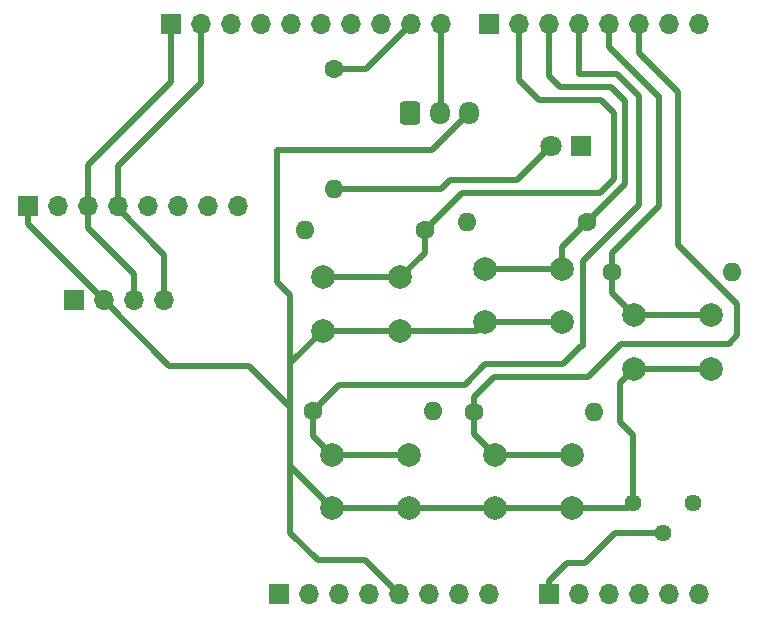
<source format=gbr>
%TF.GenerationSoftware,KiCad,Pcbnew,8.0.8*%
%TF.CreationDate,2025-02-03T18:53:19-07:00*%
%TF.ProjectId,Uno_Shield_ThermoPro,556e6f5f-5368-4696-956c-645f54686572,rev?*%
%TF.SameCoordinates,Original*%
%TF.FileFunction,Copper,L1,Top*%
%TF.FilePolarity,Positive*%
%FSLAX46Y46*%
G04 Gerber Fmt 4.6, Leading zero omitted, Abs format (unit mm)*
G04 Created by KiCad (PCBNEW 8.0.8) date 2025-02-03 18:53:19*
%MOMM*%
%LPD*%
G01*
G04 APERTURE LIST*
G04 Aperture macros list*
%AMRoundRect*
0 Rectangle with rounded corners*
0 $1 Rounding radius*
0 $2 $3 $4 $5 $6 $7 $8 $9 X,Y pos of 4 corners*
0 Add a 4 corners polygon primitive as box body*
4,1,4,$2,$3,$4,$5,$6,$7,$8,$9,$2,$3,0*
0 Add four circle primitives for the rounded corners*
1,1,$1+$1,$2,$3*
1,1,$1+$1,$4,$5*
1,1,$1+$1,$6,$7*
1,1,$1+$1,$8,$9*
0 Add four rect primitives between the rounded corners*
20,1,$1+$1,$2,$3,$4,$5,0*
20,1,$1+$1,$4,$5,$6,$7,0*
20,1,$1+$1,$6,$7,$8,$9,0*
20,1,$1+$1,$8,$9,$2,$3,0*%
G04 Aperture macros list end*
%TA.AperFunction,ComponentPad*%
%ADD10R,1.700000X1.700000*%
%TD*%
%TA.AperFunction,ComponentPad*%
%ADD11O,1.700000X1.700000*%
%TD*%
%TA.AperFunction,ComponentPad*%
%ADD12C,2.000000*%
%TD*%
%TA.AperFunction,ComponentPad*%
%ADD13C,1.600000*%
%TD*%
%TA.AperFunction,ComponentPad*%
%ADD14O,1.600000X1.600000*%
%TD*%
%TA.AperFunction,ComponentPad*%
%ADD15C,1.440000*%
%TD*%
%TA.AperFunction,ComponentPad*%
%ADD16RoundRect,0.250000X-0.600000X-0.725000X0.600000X-0.725000X0.600000X0.725000X-0.600000X0.725000X0*%
%TD*%
%TA.AperFunction,ComponentPad*%
%ADD17O,1.700000X1.950000*%
%TD*%
%TA.AperFunction,ComponentPad*%
%ADD18R,1.800000X1.800000*%
%TD*%
%TA.AperFunction,ComponentPad*%
%ADD19C,1.800000*%
%TD*%
%TA.AperFunction,Conductor*%
%ADD20C,0.508000*%
%TD*%
G04 APERTURE END LIST*
D10*
%TO.P,J1,1,Pin_1*%
%TO.N,unconnected-(J1-Pin_1-Pad1)*%
X127940000Y-97460000D03*
D11*
%TO.P,J1,2,Pin_2*%
%TO.N,unconnected-(J1-Pin_2-Pad2)*%
X130480000Y-97460000D03*
%TO.P,J1,3,Pin_3*%
%TO.N,unconnected-(J1-Pin_3-Pad3)*%
X133020000Y-97460000D03*
%TO.P,J1,4,Pin_4*%
%TO.N,+3V3*%
X135560000Y-97460000D03*
%TO.P,J1,5,Pin_5*%
%TO.N,+5V*%
X138100000Y-97460000D03*
%TO.P,J1,6,Pin_6*%
%TO.N,GND*%
X140640000Y-97460000D03*
%TO.P,J1,7,Pin_7*%
X143180000Y-97460000D03*
%TO.P,J1,8,Pin_8*%
%TO.N,VCC*%
X145720000Y-97460000D03*
%TD*%
D10*
%TO.P,J3,1,Pin_1*%
%TO.N,/temp_sensor*%
X150800000Y-97460000D03*
D11*
%TO.P,J3,2,Pin_2*%
%TO.N,unconnected-(J3-Pin_2-Pad2)*%
X153340000Y-97460000D03*
%TO.P,J3,3,Pin_3*%
%TO.N,unconnected-(J3-Pin_3-Pad3)*%
X155880000Y-97460000D03*
%TO.P,J3,4,Pin_4*%
%TO.N,unconnected-(J3-Pin_4-Pad4)*%
X158420000Y-97460000D03*
%TO.P,J3,5,Pin_5*%
%TO.N,unconnected-(J3-Pin_5-Pad5)*%
X160960000Y-97460000D03*
%TO.P,J3,6,Pin_6*%
%TO.N,unconnected-(J3-Pin_6-Pad6)*%
X163500000Y-97460000D03*
%TD*%
D10*
%TO.P,J2,1,Pin_1*%
%TO.N,/I2C_SCL*%
X118796000Y-49200000D03*
D11*
%TO.P,J2,2,Pin_2*%
%TO.N,/I2C_SDA*%
X121336000Y-49200000D03*
%TO.P,J2,3,Pin_3*%
%TO.N,unconnected-(J2-Pin_3-Pad3)*%
X123876000Y-49200000D03*
%TO.P,J2,4,Pin_4*%
%TO.N,GND*%
X126416000Y-49200000D03*
%TO.P,J2,5,Pin_5*%
%TO.N,unconnected-(J2-Pin_5-Pad5)*%
X128956000Y-49200000D03*
%TO.P,J2,6,Pin_6*%
%TO.N,unconnected-(J2-Pin_6-Pad6)*%
X131496000Y-49200000D03*
%TO.P,J2,7,Pin_7*%
%TO.N,unconnected-(J2-Pin_7-Pad7)*%
X134036000Y-49200000D03*
%TO.P,J2,8,Pin_8*%
%TO.N,unconnected-(J2-Pin_8-Pad8)*%
X136576000Y-49200000D03*
%TO.P,J2,9,Pin_9*%
%TO.N,/led_light*%
X139116000Y-49200000D03*
%TO.P,J2,10,Pin_10*%
%TO.N,/temp_digital*%
X141656000Y-49200000D03*
%TD*%
D10*
%TO.P,J4,1,Pin_1*%
%TO.N,unconnected-(J4-Pin_1-Pad1)*%
X145720000Y-49200000D03*
D11*
%TO.P,J4,2,Pin_2*%
%TO.N,/button_units*%
X148260000Y-49200000D03*
%TO.P,J4,3,Pin_3*%
%TO.N,/button_onoff*%
X150800000Y-49200000D03*
%TO.P,J4,4,Pin_4*%
%TO.N,/button_cal*%
X153340000Y-49200000D03*
%TO.P,J4,5,Pin_5*%
%TO.N,/button_lock*%
X155880000Y-49200000D03*
%TO.P,J4,6,Pin_6*%
%TO.N,/button_light*%
X158420000Y-49200000D03*
%TO.P,J4,7,Pin_7*%
%TO.N,unconnected-(J4-Pin_7-Pad7)*%
X160960000Y-49200000D03*
%TO.P,J4,8,Pin_8*%
%TO.N,unconnected-(J4-Pin_8-Pad8)*%
X163500000Y-49200000D03*
%TD*%
D12*
%TO.P,SW1,2,B*%
%TO.N,+5V*%
X151900000Y-74430000D03*
X145400000Y-74430000D03*
%TO.P,SW1,1,A*%
%TO.N,/button_onoff*%
X151900000Y-69930000D03*
X145400000Y-69930000D03*
%TD*%
%TO.P,SW5,1,A*%
%TO.N,/button_light*%
X146260000Y-85680000D03*
X152760000Y-85680000D03*
%TO.P,SW5,2,B*%
%TO.N,+5V*%
X146260000Y-90180000D03*
X152760000Y-90180000D03*
%TD*%
D13*
%TO.P,R6,1*%
%TO.N,/led_light*%
X132570000Y-53020000D03*
D14*
%TO.P,R6,2*%
%TO.N,Net-(D1-A)*%
X132570000Y-63180000D03*
%TD*%
D15*
%TO.P,RV1,1,1*%
%TO.N,+5V*%
X157900000Y-89760000D03*
%TO.P,RV1,2,2*%
%TO.N,/temp_sensor*%
X160440000Y-92300000D03*
%TO.P,RV1,3,3*%
%TO.N,GND*%
X162980000Y-89760000D03*
%TD*%
D10*
%TO.P,J6,1,Pin_1*%
%TO.N,GND*%
X110610000Y-72590000D03*
D11*
%TO.P,J6,2,Pin_2*%
%TO.N,+5V*%
X113150000Y-72590000D03*
%TO.P,J6,3,Pin_3*%
%TO.N,/I2C_SCL*%
X115690000Y-72590000D03*
%TO.P,J6,4,Pin_4*%
%TO.N,/I2C_SDA*%
X118230000Y-72590000D03*
%TD*%
D12*
%TO.P,SW2,1,A*%
%TO.N,/button_units*%
X131660000Y-70640000D03*
X138160000Y-70640000D03*
%TO.P,SW2,2,B*%
%TO.N,+5V*%
X131660000Y-75140000D03*
X138160000Y-75140000D03*
%TD*%
D10*
%TO.P,J5,1,Pin_1*%
%TO.N,+5V*%
X106700000Y-64630000D03*
D11*
%TO.P,J5,2,Pin_2*%
%TO.N,GND*%
X109240000Y-64630000D03*
%TO.P,J5,3,Pin_3*%
%TO.N,/I2C_SCL*%
X111780000Y-64630000D03*
%TO.P,J5,4,Pin_4*%
%TO.N,/I2C_SDA*%
X114320000Y-64630000D03*
%TO.P,J5,5,Pin_5*%
%TO.N,unconnected-(J5-Pin_5-Pad5)*%
X116860000Y-64630000D03*
%TO.P,J5,6,Pin_6*%
%TO.N,unconnected-(J5-Pin_6-Pad6)*%
X119400000Y-64630000D03*
%TO.P,J5,7,Pin_7*%
%TO.N,unconnected-(J5-Pin_7-Pad7)*%
X121940000Y-64630000D03*
%TO.P,J5,8,Pin_8*%
%TO.N,unconnected-(J5-Pin_8-Pad8)*%
X124480000Y-64630000D03*
%TD*%
D12*
%TO.P,SW3,1,A*%
%TO.N,/button_cal*%
X132450000Y-85670000D03*
X138950000Y-85670000D03*
%TO.P,SW3,2,B*%
%TO.N,+5V*%
X132450000Y-90170000D03*
X138950000Y-90170000D03*
%TD*%
D16*
%TO.P,J7,1,Pin_1*%
%TO.N,GND*%
X139050000Y-56725000D03*
D17*
%TO.P,J7,2,Pin_2*%
%TO.N,/temp_digital*%
X141550000Y-56725000D03*
%TO.P,J7,3,Pin_3*%
%TO.N,+5V*%
X144050000Y-56725000D03*
%TD*%
D18*
%TO.P,D1,1,K*%
%TO.N,GND*%
X153490000Y-59550000D03*
D19*
%TO.P,D1,2,A*%
%TO.N,Net-(D1-A)*%
X150950000Y-59550000D03*
%TD*%
D13*
%TO.P,R3,1*%
%TO.N,/button_cal*%
X130820000Y-81960000D03*
D14*
%TO.P,R3,2*%
%TO.N,GND*%
X140980000Y-81960000D03*
%TD*%
D13*
%TO.P,R2,1*%
%TO.N,/button_units*%
X140260000Y-66590000D03*
D14*
%TO.P,R2,2*%
%TO.N,GND*%
X130100000Y-66590000D03*
%TD*%
D12*
%TO.P,SW4,1,A*%
%TO.N,/button_lock*%
X158030000Y-73860000D03*
X164530000Y-73860000D03*
%TO.P,SW4,2,B*%
%TO.N,+5V*%
X158030000Y-78360000D03*
X164530000Y-78360000D03*
%TD*%
D13*
%TO.P,R5,1*%
%TO.N,/button_light*%
X144470000Y-82030000D03*
D14*
%TO.P,R5,2*%
%TO.N,GND*%
X154630000Y-82030000D03*
%TD*%
D13*
%TO.P,R4,1*%
%TO.N,/button_lock*%
X156150000Y-70180000D03*
D14*
%TO.P,R4,2*%
%TO.N,GND*%
X166310000Y-70180000D03*
%TD*%
D13*
%TO.P,R1,1*%
%TO.N,/button_onoff*%
X154020000Y-65980000D03*
D14*
%TO.P,R1,2*%
%TO.N,GND*%
X143860000Y-65980000D03*
%TD*%
D20*
%TO.N,/button_light*%
X158420000Y-51280000D02*
X158420000Y-49200000D01*
X158400000Y-51300000D02*
X158420000Y-51280000D01*
X158400000Y-51600000D02*
X158400000Y-51300000D01*
X161750000Y-67900000D02*
X161750000Y-54950000D01*
X166750000Y-72900000D02*
X161750000Y-67900000D01*
X166750000Y-75500000D02*
X166750000Y-72900000D01*
X156900000Y-76250000D02*
X166000000Y-76250000D01*
X154100000Y-79050000D02*
X156900000Y-76250000D01*
X146150000Y-79050000D02*
X154100000Y-79050000D01*
X144470000Y-80730000D02*
X146150000Y-79050000D01*
X166000000Y-76250000D02*
X166750000Y-75500000D01*
X161750000Y-54950000D02*
X158400000Y-51600000D01*
X144470000Y-82030000D02*
X144470000Y-80730000D01*
%TO.N,+5V*%
X145400000Y-74430000D02*
X151900000Y-74430000D01*
X131250000Y-94600000D02*
X128900000Y-92250000D01*
X156800000Y-79590000D02*
X158030000Y-78360000D01*
X157480000Y-90180000D02*
X157900000Y-89760000D01*
X125400000Y-78100000D02*
X128900000Y-81600000D01*
X128900000Y-86600000D02*
X128900000Y-81600000D01*
X132450000Y-90170000D02*
X128900000Y-86620000D01*
X156800000Y-82900000D02*
X156800000Y-79590000D01*
X158030000Y-78360000D02*
X164530000Y-78360000D01*
X106700000Y-64630000D02*
X106700000Y-66140000D01*
X128900000Y-81600000D02*
X128900000Y-77900000D01*
X138100000Y-97460000D02*
X135240000Y-94600000D01*
X127800000Y-59850000D02*
X127800000Y-71000000D01*
X146260000Y-90180000D02*
X152760000Y-90180000D01*
X135240000Y-94600000D02*
X131250000Y-94600000D01*
X113150000Y-72590000D02*
X118660000Y-78100000D01*
X127800000Y-71000000D02*
X128900000Y-72100000D01*
X140925000Y-59850000D02*
X127800000Y-59850000D01*
X128900000Y-77900000D02*
X131660000Y-75140000D01*
X157900000Y-84000000D02*
X156800000Y-82900000D01*
X118660000Y-78100000D02*
X125400000Y-78100000D01*
X128900000Y-86620000D02*
X128900000Y-86600000D01*
X106700000Y-66140000D02*
X113150000Y-72590000D01*
X131660000Y-75140000D02*
X138160000Y-75140000D01*
X144050000Y-56725000D02*
X140925000Y-59850000D01*
X157900000Y-89760000D02*
X157900000Y-84000000D01*
X132450000Y-90170000D02*
X138950000Y-90170000D01*
X152760000Y-90180000D02*
X157480000Y-90180000D01*
X144690000Y-75140000D02*
X145400000Y-74430000D01*
X138160000Y-75140000D02*
X144690000Y-75140000D01*
X128900000Y-72100000D02*
X128900000Y-77900000D01*
X128900000Y-92250000D02*
X128900000Y-86600000D01*
X138950000Y-90170000D02*
X146250000Y-90170000D01*
%TO.N,/I2C_SCL*%
X115690000Y-70740000D02*
X115690000Y-72590000D01*
X118796000Y-54104000D02*
X111750000Y-61150000D01*
X111780000Y-61180000D02*
X111780000Y-64630000D01*
X115650000Y-70700000D02*
X115690000Y-70740000D01*
X115650000Y-70350000D02*
X115650000Y-70700000D01*
X111780000Y-64630000D02*
X111780000Y-66480000D01*
X111750000Y-61150000D02*
X111780000Y-61180000D01*
X111780000Y-66480000D02*
X115650000Y-70350000D01*
X118796000Y-49200000D02*
X118796000Y-54104000D01*
%TO.N,/I2C_SDA*%
X121350000Y-54150000D02*
X121336000Y-54136000D01*
X118230000Y-68706250D02*
X118230000Y-72590000D01*
X114320000Y-64796250D02*
X118230000Y-68706250D01*
X114320000Y-64630000D02*
X114320000Y-61180000D01*
X121336000Y-54136000D02*
X121336000Y-49200000D01*
X114320000Y-61180000D02*
X121350000Y-54150000D01*
%TO.N,/button_onoff*%
X156050000Y-54500000D02*
X157250000Y-55700000D01*
X157250000Y-55700000D02*
X157250000Y-62750000D01*
X151750000Y-54500000D02*
X156050000Y-54500000D01*
X151900000Y-68100000D02*
X151900000Y-69930000D01*
X157250000Y-62750000D02*
X154020000Y-65980000D01*
X154020000Y-65980000D02*
X151900000Y-68100000D01*
X145400000Y-69930000D02*
X151900000Y-69930000D01*
X150800000Y-49200000D02*
X150800000Y-53550000D01*
X150800000Y-53550000D02*
X151750000Y-54500000D01*
%TO.N,/button_lock*%
X160000000Y-55250000D02*
X160142000Y-55250000D01*
X156150000Y-71980000D02*
X158030000Y-73860000D01*
X160142000Y-55250000D02*
X160142000Y-64558000D01*
X155880000Y-51130000D02*
X160000000Y-55250000D01*
X155880000Y-49200000D02*
X155880000Y-51130000D01*
X158030000Y-73860000D02*
X164530000Y-73860000D01*
X160142000Y-64558000D02*
X156150000Y-68550000D01*
X156150000Y-70180000D02*
X156150000Y-71980000D01*
X156150000Y-68550000D02*
X156150000Y-70180000D01*
%TO.N,/button_light*%
X144470000Y-83890000D02*
X146260000Y-85680000D01*
X144470000Y-82030000D02*
X144470000Y-83890000D01*
X146260000Y-85680000D02*
X152760000Y-85680000D01*
%TO.N,/button_units*%
X140260000Y-68540000D02*
X138160000Y-70640000D01*
X140260000Y-66590000D02*
X143400000Y-63450000D01*
X131660000Y-70640000D02*
X138160000Y-70640000D01*
X149950000Y-55650000D02*
X148260000Y-53960000D01*
X155200000Y-55650000D02*
X149950000Y-55650000D01*
X140260000Y-66590000D02*
X140260000Y-68540000D01*
X156300000Y-56750000D02*
X155200000Y-55650000D01*
X156300000Y-62300000D02*
X156300000Y-56750000D01*
X143400000Y-63450000D02*
X155150000Y-63450000D01*
X155150000Y-63450000D02*
X156300000Y-62300000D01*
X148260000Y-53960000D02*
X148260000Y-49200000D01*
%TO.N,/button_cal*%
X130820000Y-81960000D02*
X130820000Y-84040000D01*
X143650000Y-79750000D02*
X133030000Y-79750000D01*
X153550000Y-76450000D02*
X152000000Y-78000000D01*
X156540000Y-53390000D02*
X158400000Y-55250000D01*
X158400000Y-55250000D02*
X158400000Y-64500000D01*
X153340000Y-49200000D02*
X153340000Y-53390000D01*
X133030000Y-79750000D02*
X130820000Y-81960000D01*
X153340000Y-53390000D02*
X156540000Y-53390000D01*
X132450000Y-85670000D02*
X138950000Y-85670000D01*
X153650000Y-76450000D02*
X153550000Y-76450000D01*
X152000000Y-78000000D02*
X145400000Y-78000000D01*
X145400000Y-78000000D02*
X143650000Y-79750000D01*
X130820000Y-84040000D02*
X132450000Y-85670000D01*
X153650000Y-69250000D02*
X153650000Y-76450000D01*
X158400000Y-64500000D02*
X153650000Y-69250000D01*
%TO.N,Net-(D1-A)*%
X142450000Y-62400000D02*
X148100000Y-62400000D01*
X132570000Y-63180000D02*
X141670000Y-63180000D01*
X148100000Y-62400000D02*
X150950000Y-59550000D01*
X141670000Y-63180000D02*
X142450000Y-62400000D01*
%TO.N,/led_light*%
X139116000Y-49200000D02*
X135296000Y-53020000D01*
X135296000Y-53020000D02*
X132570000Y-53020000D01*
%TO.N,/temp_sensor*%
X150800000Y-96300000D02*
X150800000Y-97460000D01*
X152300000Y-94800000D02*
X150800000Y-96300000D01*
X156350000Y-92300000D02*
X153850000Y-94800000D01*
X153850000Y-94800000D02*
X152300000Y-94800000D01*
X160440000Y-92300000D02*
X156350000Y-92300000D01*
%TO.N,/temp_digital*%
X141656000Y-49200000D02*
X141656000Y-56619000D01*
%TD*%
M02*

</source>
